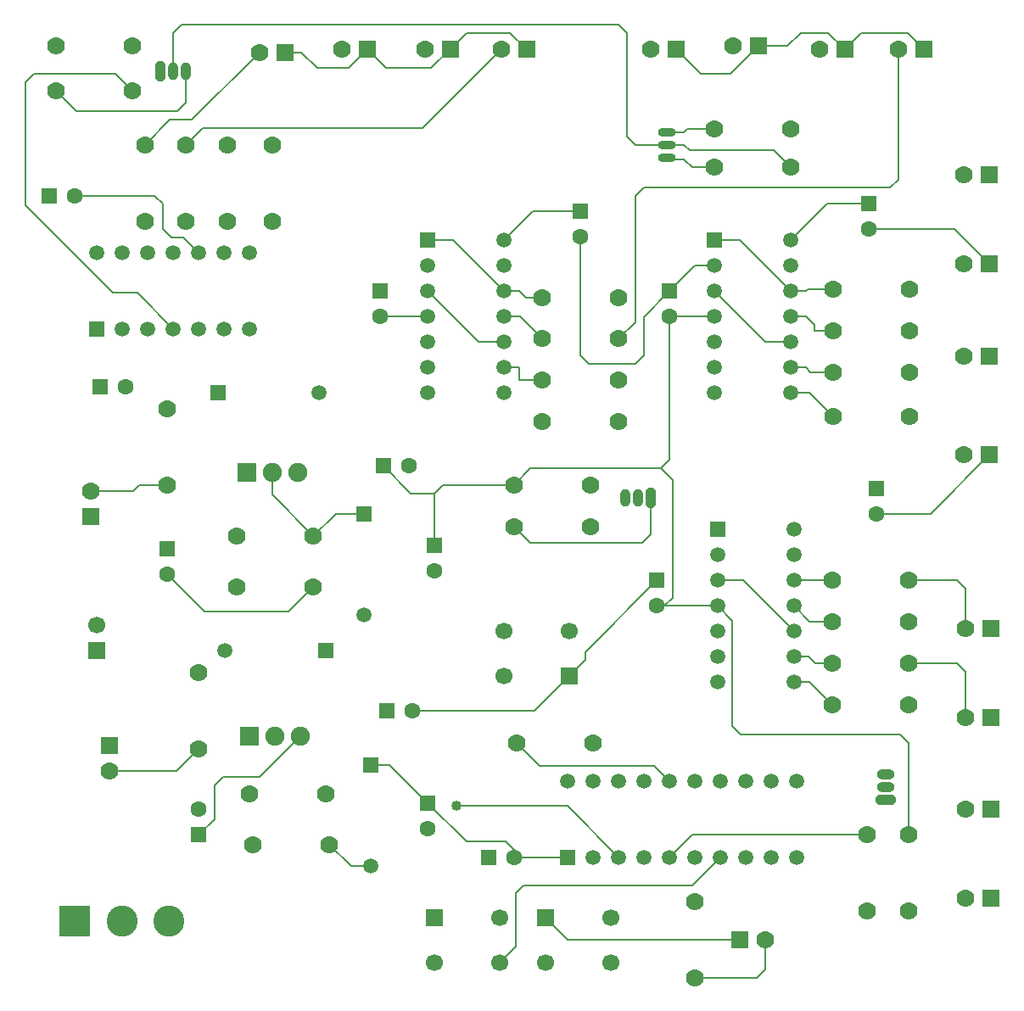
<source format=gbr>
G04 DipTrace 3.1.0.1*
G04 Top.gbr*
%MOIN*%
G04 #@! TF.FileFunction,Copper,L1,Top*
G04 #@! TF.Part,Single*
%AMOUTLINE0*
4,1,8,
0.019685,0.029528,
0.009843,0.03937,
-0.009843,0.03937,
-0.019685,0.029528,
-0.019685,-0.029528,
-0.009843,-0.03937,
0.009843,-0.03937,
0.019685,-0.029528,
0.019685,0.029528,
0*%
%AMOUTLINE3*
4,1,8,
0.029528,-0.019685,
0.03937,-0.009843,
0.03937,0.009843,
0.029528,0.019685,
-0.029528,0.019685,
-0.03937,0.009843,
-0.03937,-0.009843,
-0.029528,-0.019685,
0.029528,-0.019685,
0*%
%AMOUTLINE6*
4,1,8,
-0.019685,-0.029528,
-0.009843,-0.03937,
0.009843,-0.03937,
0.019685,-0.029528,
0.019685,0.029528,
0.009843,0.03937,
-0.009843,0.03937,
-0.019685,0.029528,
-0.019685,-0.029528,
0*%
G04 #@! TA.AperFunction,Conductor*
%ADD13C,0.006*%
G04 #@! TA.AperFunction,ComponentPad*
%ADD14R,0.074803X0.074803*%
%ADD15C,0.074803*%
%ADD16C,0.07*%
%ADD17C,0.07*%
%ADD18R,0.059055X0.059055*%
%ADD19C,0.059055*%
%ADD20C,0.062992*%
%ADD21R,0.062992X0.062992*%
%ADD22R,0.07X0.07*%
%ADD23R,0.066929X0.066929*%
%ADD24C,0.066929*%
%ADD25R,0.122047X0.122047*%
%ADD26C,0.122047*%
%ADD27O,0.04X0.07*%
%ADD28O,0.07X0.04*%
%ADD29O,0.07X0.035*%
G04 #@! TA.AperFunction,ViaPad*
%ADD30C,0.04*%
G04 #@! TA.AperFunction,ComponentPad*
%ADD77OUTLINE0*%
%ADD80OUTLINE3*%
%ADD83OUTLINE6*%
%FSLAX26Y26*%
G04*
G70*
G90*
G75*
G01*
G04 Top*
%LPD*%
X3006500Y2031500D2*
D13*
X2725874Y1750874D1*
Y1717803D1*
X2662406Y1654335D1*
X1206500Y3319000D2*
X1146972Y3378528D1*
X1099028D1*
X1066028Y3411528D1*
Y3511000D1*
X1033028Y3544000D1*
X719000D1*
X4312493Y2525500D2*
X4080993Y2294000D1*
X3869000D1*
X3231500Y3269000D2*
X3156500D1*
X3056500Y3169000D1*
X2569000Y706500D2*
X2656500Y619000D1*
X3331500D1*
X4312493Y3275500D2*
X4174993Y3413000D1*
X3837493D1*
X3231500Y3169000D2*
X3431500Y2969000D1*
X3531500D1*
X3244000Y2031500D2*
X3344000D1*
X3544000Y1831500D1*
X2106500Y3169000D2*
X2306500Y2969000D1*
X2406500D1*
X1656500Y2006500D2*
X1558500Y1908500D1*
X1229500D1*
X1081500Y2056500D1*
X1544000Y4106500D2*
X1609000D1*
X1670992Y4044508D1*
X1794508D1*
X1869000Y4119000D1*
X4056500D2*
X3991500Y4184000D1*
X3809000D1*
X3744000Y4119000D1*
X1881500Y908862D2*
X1804138D1*
X1719000Y994000D1*
X2662406Y1654335D2*
X2527071Y1519000D1*
X2044000D1*
X3056500Y3169000D2*
X2954500Y3067000D1*
Y2917000D1*
X2921500Y2884000D1*
X2739500D1*
X2706500Y2917000D1*
Y3381500D1*
X2194000Y4119000D2*
X2259000Y4184000D1*
X2429000D1*
X2494000Y4119000D1*
X1869000D2*
X1943492Y4044508D1*
X2119508D1*
X2194000Y4119000D1*
X3406500Y4131500D2*
X3296000Y4021000D1*
X3179500D1*
X3081500Y4119000D1*
X3744000D2*
X3679000Y4184000D1*
X3572244D1*
X3519744Y4131500D1*
X3406500D1*
X1606500Y1419000D2*
X1446500Y1259000D1*
X1300996D1*
X1267996Y1226000D1*
Y1092996D1*
X1206500Y1031500D1*
X781500Y2381500D2*
X948118D1*
X973118Y2406500D1*
X1081500D1*
X4219000Y1844000D2*
Y1998500D1*
X4186000Y2031500D1*
X3994000D1*
X856500Y1281500D2*
X1119000D1*
X1206500Y1369000D1*
X4219000Y1494000D2*
Y1673500D1*
X4186000Y1706500D1*
X3994000D1*
X3699993Y3175500D2*
X3597528D1*
X3591028Y3169000D1*
X3531500D1*
X3331500Y3369000D1*
X3231500D1*
X3699993Y3013000D2*
X3624028D1*
Y3036000D1*
X3591028Y3069000D1*
X3531500D1*
X3699993Y2850500D2*
X3609528D1*
X3591028Y2869000D1*
X3531500D1*
X3699993Y2675500D2*
X3606493Y2769000D1*
X3531500D1*
X2444000Y2244000D2*
X2509000Y2179000D1*
X2948500D1*
X2981500Y2212000D1*
Y2356500D1*
X3544000Y2031500D2*
X3694000D1*
Y1869000D2*
X3606500D1*
X3544000Y1931500D1*
X3694000Y1706500D2*
X3628528D1*
X3603528Y1731500D1*
X3544000D1*
X3694000Y1544000D2*
X3606500Y1631500D1*
X3544000D1*
X3956500Y4119000D2*
Y3607496D1*
X3923500Y3574496D1*
X2954500D1*
X2921500Y3541496D1*
Y3046500D1*
X2856500Y2981500D1*
X2556500Y3144000D2*
X2491028D1*
X2466028Y3169000D1*
X2406500D1*
X2206500Y3369000D1*
X2106500D1*
X2556500Y2981500D2*
X2469000Y3069000D1*
X2406500D1*
X2556500Y2819000D2*
X2466028D1*
Y2869000D1*
X2406500D1*
X2394000Y4119000D2*
X2084000Y3809000D1*
X1221500D1*
X1156500Y3744000D1*
X1444000Y4106500D2*
X1179500Y3842000D1*
X1092000D1*
X994000Y3744000D1*
X2456500Y1394000D2*
X2546972Y1303528D1*
X2996974D1*
X3056501Y1244000D1*
X3044000Y3694000D2*
Y3687157D1*
X3113370D1*
X3144028Y3656500D1*
X3231500D1*
X3431500Y619000D2*
Y502000D1*
X3398500Y469000D1*
X3156500D1*
X2387406Y529335D2*
X2450874Y592803D1*
Y801000D1*
X2483874Y834000D1*
X3146500D1*
X3256500Y944000D1*
X3531500Y3369000D2*
X3675500Y3513000D1*
X3837493D1*
X2706500Y3481500D2*
X2519000D1*
X2406500Y3369000D1*
X3044000Y3794000D2*
X3113370D1*
X3125870Y3806500D1*
X3231500D1*
X644000Y3956500D2*
X725500Y3875000D1*
X1123500D1*
X1156500Y3908000D1*
Y4031500D1*
X3831500Y1031500D2*
X3144001D1*
X3056501Y944000D1*
X2217996Y1145008D2*
X2655492D1*
X2856500Y944000D1*
X3994000Y1031500D2*
Y1393507D1*
X3961000Y1426507D1*
X3336530D1*
X3303528Y1459508D1*
Y1871972D1*
X3244000Y1931500D1*
X1106500Y3019000D2*
X964280Y3161220D1*
X868142D1*
X524504Y3504860D1*
Y3988500D1*
X557504Y4021500D1*
X879000D1*
X944000Y3956500D1*
X1856500Y2294000D2*
X1744000D1*
X1656500Y2206500D1*
X3231500Y3069000D2*
X3056500D1*
X2444000Y2406500D2*
X2164500D1*
X2131500Y2373500D1*
X2039500D1*
X1931500Y2481500D1*
X1919000Y3069000D2*
X2106500D1*
X3006500Y1931500D2*
D3*
X2131500Y2373500D2*
Y2169000D1*
X3006500Y1931500D2*
X3036500D1*
X3067996Y1962996D1*
Y2427004D1*
X3023500Y2471500D1*
X2509000D1*
X2444000Y2406500D1*
X3244000Y1931500D2*
X3006500D1*
X1656500Y2206500D2*
X1494000Y2369000D1*
Y2456500D1*
X3056500Y3069000D2*
Y2504500D1*
X3023500Y2471500D1*
X1881500Y1306500D2*
X1956500D1*
X2106500Y1156500D1*
X1106500Y4031500D2*
Y4184000D1*
X1139500Y4217000D1*
X2855504D1*
X2888504Y4184000D1*
Y3777000D1*
X2921504Y3744000D1*
X3044000D1*
X2444000Y944000D2*
X2656500D1*
X2444000D2*
D3*
X2106500Y1156500D2*
X2257504Y1005496D1*
X2412504D1*
X2444000Y974000D1*
Y944000D1*
X3044000Y3744000D2*
X3113370D1*
X3135870Y3721500D1*
X3466500D1*
X3531500Y3656500D1*
D30*
X2217996Y1145008D3*
D14*
X1394000Y2456500D3*
D15*
X1494000D3*
X1594000D3*
D16*
X1656500Y2206500D3*
D17*
X1356500D3*
D16*
Y2006500D3*
D17*
X1656500D3*
D18*
X1281500Y2769000D3*
D19*
X1679138D3*
D20*
X1081500Y2056500D3*
D21*
Y2156500D3*
D18*
X1856500Y2294000D3*
D19*
Y1896362D3*
D20*
X2131500Y2069000D3*
D21*
Y2169000D3*
X1931500Y2481500D3*
D20*
X2031500D3*
D16*
X1081500Y2706500D3*
D17*
Y2406500D3*
D16*
X781500Y2381500D3*
D22*
Y2281500D3*
D14*
X1406500Y1419000D3*
D15*
X1506500D3*
X1606500D3*
D16*
X1706500Y1194000D3*
D17*
X1406500D3*
D16*
X1419000Y994000D3*
D17*
X1719000D3*
D18*
X1705319Y1756500D3*
D19*
X1307681D3*
D20*
X1206500Y1131500D3*
D21*
Y1031500D3*
D18*
X1881500Y1306500D3*
D19*
Y908862D3*
D20*
X2106500Y1056500D3*
D21*
Y1156500D3*
X1944000Y1519000D3*
D20*
X2044000D3*
D16*
X1206500Y1669000D3*
D17*
Y1369000D3*
D16*
X856500Y1281500D3*
D22*
Y1381500D3*
D23*
X806500Y1756500D3*
D24*
Y1856500D3*
D18*
X3231500Y3369000D3*
D19*
Y3269000D3*
Y3169000D3*
Y3069000D3*
Y2969000D3*
Y2869000D3*
Y2769000D3*
X3531500D3*
Y2869000D3*
Y2969000D3*
Y3069000D3*
Y3169000D3*
Y3269000D3*
Y3369000D3*
D16*
X3699993Y3175500D3*
D17*
X3999993D3*
D16*
X4212493Y3625500D3*
D22*
X4312493D3*
D16*
X3699993Y3013000D3*
D17*
X3999993D3*
D16*
X4212493Y2525500D3*
D22*
X4312493D3*
D16*
X3699993Y2850500D3*
D17*
X3999993D3*
D16*
X4212493Y3275500D3*
D22*
X4312493D3*
D16*
X3699993Y2675500D3*
D17*
X3999993D3*
D16*
X4212493Y2913000D3*
D22*
X4312493D3*
D20*
X3837493Y3413000D3*
D21*
Y3513000D3*
D20*
X3056500Y3069000D3*
D21*
Y3169000D3*
D18*
X3244000Y2231500D3*
D19*
Y2131500D3*
Y2031500D3*
Y1931500D3*
Y1831500D3*
Y1731500D3*
Y1631500D3*
X3544000D3*
Y1731500D3*
Y1831500D3*
Y1931500D3*
Y2031500D3*
Y2131500D3*
Y2231500D3*
D16*
X3694000Y2031500D3*
D17*
X3994000D3*
D16*
X4219000Y1844000D3*
D22*
X4319000D3*
D16*
X3694000Y1869000D3*
D17*
X3994000D3*
D16*
X4219000Y781500D3*
D22*
X4319000D3*
D16*
X3694000Y1706500D3*
D17*
X3994000D3*
D16*
X4219000Y1494000D3*
D22*
X4319000D3*
D16*
X3694000Y1544000D3*
D17*
X3994000D3*
D16*
X4219000Y1131500D3*
D22*
X4319000D3*
D20*
X3869000Y2294000D3*
D21*
Y2394000D3*
D20*
X3006500Y1931500D3*
D21*
Y2031500D3*
D18*
X2106500Y3369000D3*
D19*
Y3269000D3*
Y3169000D3*
Y3069000D3*
Y2969000D3*
Y2869000D3*
Y2769000D3*
X2406500D3*
Y2869000D3*
Y2969000D3*
Y3069000D3*
Y3169000D3*
Y3269000D3*
Y3369000D3*
D16*
X2556500Y3144000D3*
D17*
X2856500D3*
D16*
X2981500Y4119000D3*
D22*
X3081500D3*
D16*
X2556500Y2981500D3*
D17*
X2856500D3*
D16*
X3956500Y4119000D3*
D22*
X4056500D3*
D16*
X2556500Y2819000D3*
D17*
X2856500D3*
D16*
X3306500Y4131500D3*
D22*
X3406500D3*
D16*
X2556500Y2656500D3*
D17*
X2856500D3*
D16*
X3644000Y4119000D3*
D22*
X3744000D3*
D20*
X2706500Y3381500D3*
D21*
Y3481500D3*
D20*
X1919000Y3069000D3*
D21*
Y3169000D3*
D18*
X806500Y3019000D3*
D19*
X906500D3*
X1006500D3*
X1106500D3*
X1206500D3*
X1306500D3*
X1406500D3*
Y3319000D3*
X1306500D3*
X1206500D3*
X1106500D3*
X1006500D3*
X906500D3*
X806500D3*
D16*
X994000Y3444000D3*
D17*
Y3744000D3*
D16*
X1444000Y4106500D3*
D22*
X1544000D3*
D16*
X1156500Y3444000D3*
D17*
Y3744000D3*
D16*
X2394000Y4119000D3*
D22*
X2494000D3*
D16*
X1319000Y3444000D3*
D17*
Y3744000D3*
D16*
X1769000Y4119000D3*
D22*
X1869000D3*
D16*
X1494000Y3444000D3*
D17*
Y3744000D3*
D16*
X2094000Y4119000D3*
D22*
X2194000D3*
D20*
X719000Y3544000D3*
D21*
X619000D3*
D20*
X919000Y2794000D3*
D21*
X819000D3*
D18*
X2656500Y944000D3*
D19*
X2756500D3*
X2856500D3*
X2956500D3*
X3056501D3*
X3156501D3*
X3256500D3*
X3356501D3*
X3456501D3*
X3556500D3*
X2656501Y1244000D3*
X2756501D3*
X2856501D3*
X2956500D3*
X3056501D3*
X3156501D3*
X3256500D3*
X3356501D3*
X3456501D3*
X3556500D3*
D20*
X2444000Y944000D3*
D21*
X2344000D3*
D25*
X719000Y694000D3*
D26*
X904039D3*
X1089079D3*
D16*
X3156500Y469000D3*
D17*
Y769000D3*
D16*
X3431500Y619000D3*
D22*
X3331500D3*
D23*
X2131500Y706500D3*
D24*
Y529335D3*
X2387406D3*
Y706500D3*
D23*
X2569000D3*
D24*
Y529335D3*
X2824906D3*
Y706500D3*
D23*
X2662406Y1654335D3*
D24*
Y1831500D3*
X2406500D3*
Y1654335D3*
D16*
X2756500Y1394000D3*
D17*
X2456500D3*
D77*
X2981500Y2356500D3*
D27*
X2931500D3*
X2881500D3*
D16*
X2744000Y2244000D3*
D17*
X2444000D3*
D16*
Y2406500D3*
D17*
X2744000D3*
D80*
X3906500Y1169000D3*
D28*
Y1219000D3*
Y1269000D3*
D16*
X3831500Y1031500D3*
D17*
Y731500D3*
D16*
X3994000Y1031500D3*
D17*
Y731500D3*
D29*
X3044000Y3694000D3*
Y3744000D3*
Y3794000D3*
D16*
X3231500Y3656500D3*
D17*
X3531500D3*
D16*
Y3806500D3*
D17*
X3231500D3*
D83*
X1056500Y4031500D3*
D27*
X1106500D3*
X1156500D3*
D16*
X944000Y4131500D3*
D17*
X644000D3*
D16*
X944000Y3956500D3*
D17*
X644000D3*
M02*

</source>
